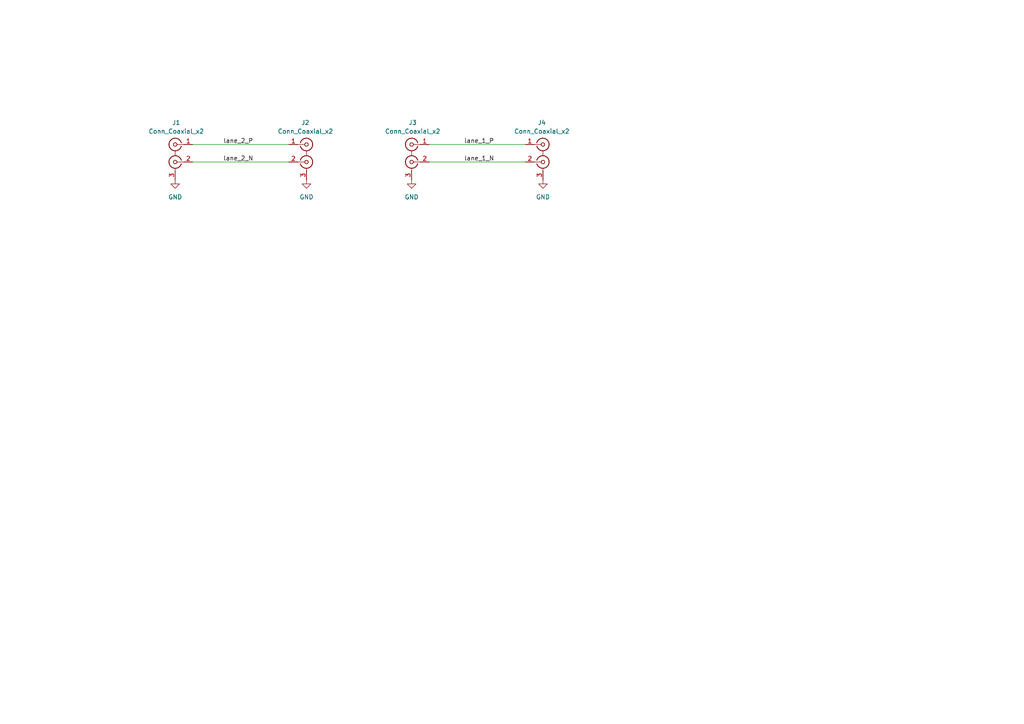
<source format=kicad_sch>
(kicad_sch (version 20250114) (generator "eeschema") (generator_version "9.0")
  (paper "A4")
  (lib_symbols
    (symbol "Connector:Conn_Coaxial_x2" (pin_names (offset 1.016) (hide yes))
      (property "Reference" "J" (at 0 5.715 0))
      (property "Value" "Conn_Coaxial_x2" (at 2.921 0 90))
      (symbol "Conn_Coaxial_x2_0_1"
        (polyline (pts (xy -2.54 2.54) (xy -0.508 2.54)))
        (polyline (pts (xy -2.54 -2.54) (xy -0.508 -2.54)))
        (arc (start 1.778 2.54) (mid 0.222 0.7321) (end -1.778 2.032) (stroke (width 0.254)))
        (arc (start 1.778 -2.54) (mid 0.222 -4.3479) (end -1.778 -3.048) (stroke (width 0.254)))
        (arc (start -1.778 3.048) (mid 0.2221 4.3484) (end 1.778 2.54) (stroke (width 0.254)))
        (arc (start -1.778 -2.032) (mid 0.2221 -0.7316) (end 1.778 -2.54) (stroke (width 0.254)))
        (circle (center 0 2.54) (radius 0.508) (stroke (width 0.2032)))
        (polyline (pts (xy 0 0.762) (xy 0 -0.635)))
        (circle (center 0 -2.54) (radius 0.508) (stroke (width 0.2032)))
        (polyline (pts (xy 0 -5.08) (xy 0 -4.318)))
      )
      (symbol "Conn_Coaxial_x2_1_1"
        (pin passive line (at -5.08 2.54 0) (length 2.54) (name "IN1") (number "1"))
        (pin passive line (at -5.08 -2.54 0) (length 2.54) (name "IN2") (number "2"))
        (pin passive line (at 0 -7.62 90) (length 2.54) (name "EXT") (number "3"))
      )
    )
    (symbol "power:GND" (power) (pin_numbers (hide yes)) (pin_names (offset 0) (hide yes))
      (property "Value" "GND" (at 0 -3.81 0))
      (symbol "GND_0_1"
        (polyline (pts (xy 0 0) (xy 0 -1.27) (xy 1.27 -1.27) (xy 0 -2.54) (xy -1.27 -1.27) (xy 0 -1.27)))
      )
      (symbol "GND_1_1"
        (pin power_in line (at 0 0 270) (length 0) (name "~") (number "1"))
      )
    )
  )
  (wire (pts (xy 124.46 46.99) (xy 152.4 46.99)))
  (wire (pts (xy 55.88 46.99) (xy 83.82 46.99)))
  (wire (pts (xy 124.46 41.91) (xy 152.4 41.91)))
  (wire (pts (xy 55.88 41.91) (xy 83.82 41.91)))
  (label "lane_1_N" (at 134.62 46.99 0))
  (label "lane_2_N" (at 64.77 46.99 0))
  (label "lane_2_P" (at 64.77 41.91 0))
  (label "lane_1_P" (at 134.62 41.91 0))
  (symbol (lib_id "Connector:Conn_Coaxial_x2") (at 119.38 44.45 0) (mirror y) (unit 1)
    (property "Reference" "J3" (at 119.6974 35.56 0))
    (property "Value" "Conn_Coaxial_x2" (at 119.6974 38.1 0))
    (property "Footprint" "Connector_Coaxial:LEMO-EPG.00.302.NLN" (effects (hide yes)))
    (property "Description" "double coaxial connector (BNC, SMA, SMB, SMC, Cinch/RCA, LEMO, ...)" (effects (hide yes)))
  )
  (symbol (lib_id "power:GND") (at 119.38 52.07 0) (unit 1)
    (property "Reference" "#PWR03" (effects (hide yes)))
    (property "Value" "GND" (at 119.38 57.15 0))
    (property "Description" "Power symbol creates a global label with name \"GND\" , ground" (effects (hide yes)))
  )
  (symbol (lib_id "Connector:Conn_Coaxial_x2") (at 50.8 44.45 0) (mirror y) (unit 1)
    (property "Reference" "J1" (at 51.1174 35.56 0))
    (property "Value" "Conn_Coaxial_x2" (at 51.1174 38.1 0))
    (property "Footprint" "Connector_Coaxial:LEMO-EPG.00.302.NLN" (effects (hide yes)))
    (property "Description" "double coaxial connector (BNC, SMA, SMB, SMC, Cinch/RCA, LEMO, ...)" (effects (hide yes)))
  )
  (symbol (lib_id "power:GND") (at 50.8 52.07 0) (unit 1)
    (property "Reference" "#PWR01" (effects (hide yes)))
    (property "Value" "GND" (at 50.8 57.15 0))
    (property "Description" "Power symbol creates a global label with name \"GND\" , ground" (effects (hide yes)))
  )
  (symbol (lib_id "Connector:Conn_Coaxial_x2") (at 88.9 44.45 0) (unit 1)
    (property "Reference" "J2" (at 88.5826 35.56 0))
    (property "Value" "Conn_Coaxial_x2" (at 88.5826 38.1 0))
    (property "Footprint" "Connector_Coaxial:LEMO-EPG.00.302.NLN" (effects (hide yes)))
    (property "Description" "double coaxial connector (BNC, SMA, SMB, SMC, Cinch/RCA, LEMO, ...)" (effects (hide yes)))
  )
  (symbol (lib_id "power:GND") (at 157.48 52.07 0) (unit 1)
    (property "Reference" "#PWR04" (effects (hide yes)))
    (property "Value" "GND" (at 157.48 57.15 0))
    (property "Description" "Power symbol creates a global label with name \"GND\" , ground" (effects (hide yes)))
  )
  (symbol (lib_id "power:GND") (at 88.9 52.07 0) (unit 1)
    (property "Reference" "#PWR02" (effects (hide yes)))
    (property "Value" "GND" (at 88.9 57.15 0))
    (property "Description" "Power symbol creates a global label with name \"GND\" , ground" (effects (hide yes)))
  )
  (symbol (lib_id "Connector:Conn_Coaxial_x2") (at 157.48 44.45 0) (unit 1)
    (property "Reference" "J4" (at 157.1626 35.56 0))
    (property "Value" "Conn_Coaxial_x2" (at 157.1626 38.1 0))
    (property "Footprint" "Connector_Coaxial:LEMO-EPG.00.302.NLN" (effects (hide yes)))
    (property "Description" "double coaxial connector (BNC, SMA, SMB, SMC, Cinch/RCA, LEMO, ...)" (effects (hide yes)))
  )
)
</source>
